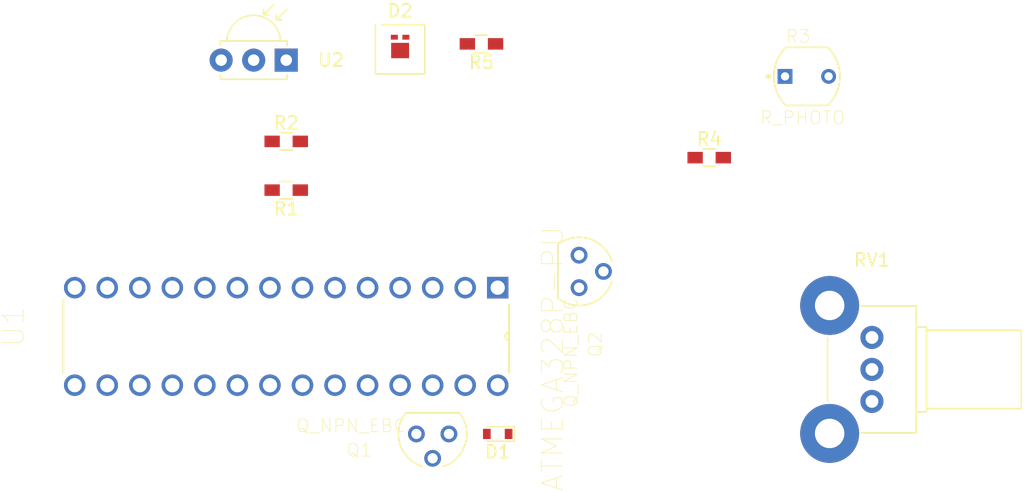
<source format=kicad_pcb>
(kicad_pcb (version 4) (host pcbnew 4.0.7)

  (general
    (links 17)
    (no_connects 17)
    (area 0 0 0 0)
    (thickness 1.6)
    (drawings 0)
    (tracks 0)
    (zones 0)
    (modules 12)
    (nets 38)
  )

  (page A4)
  (layers
    (0 F.Cu signal)
    (31 B.Cu signal)
    (32 B.Adhes user)
    (33 F.Adhes user)
    (34 B.Paste user)
    (35 F.Paste user)
    (36 B.SilkS user)
    (37 F.SilkS user)
    (38 B.Mask user)
    (39 F.Mask user)
    (40 Dwgs.User user)
    (41 Cmts.User user)
    (42 Eco1.User user)
    (43 Eco2.User user)
    (44 Edge.Cuts user)
    (45 Margin user)
    (46 B.CrtYd user)
    (47 F.CrtYd user)
    (48 B.Fab user)
    (49 F.Fab user)
  )

  (setup
    (last_trace_width 0.25)
    (trace_clearance 0.2)
    (zone_clearance 0.508)
    (zone_45_only no)
    (trace_min 0.2)
    (segment_width 0.2)
    (edge_width 0.15)
    (via_size 0.6)
    (via_drill 0.4)
    (via_min_size 0.4)
    (via_min_drill 0.3)
    (uvia_size 0.3)
    (uvia_drill 0.1)
    (uvias_allowed no)
    (uvia_min_size 0.2)
    (uvia_min_drill 0.1)
    (pcb_text_width 0.3)
    (pcb_text_size 1.5 1.5)
    (mod_edge_width 0.15)
    (mod_text_size 1 1)
    (mod_text_width 0.15)
    (pad_size 1.524 1.524)
    (pad_drill 0.762)
    (pad_to_mask_clearance 0.2)
    (aux_axis_origin 0 0)
    (visible_elements FFFFFF7F)
    (pcbplotparams
      (layerselection 0x00030_80000001)
      (usegerberextensions false)
      (excludeedgelayer true)
      (linewidth 0.100000)
      (plotframeref false)
      (viasonmask false)
      (mode 1)
      (useauxorigin false)
      (hpglpennumber 1)
      (hpglpenspeed 20)
      (hpglpendiameter 15)
      (hpglpenoverlay 2)
      (psnegative false)
      (psa4output false)
      (plotreference true)
      (plotvalue true)
      (plotinvisibletext false)
      (padsonsilk false)
      (subtractmaskfromsilk false)
      (outputformat 1)
      (mirror false)
      (drillshape 1)
      (scaleselection 1)
      (outputdirectory ""))
  )

  (net 0 "")
  (net 1 "Net-(D1-Pad1)")
  (net 2 "Net-(D1-Pad2)")
  (net 3 GND)
  (net 4 "Net-(D2-Pad2)")
  (net 5 /5V)
  (net 6 /Q1_SWITCH_BASE)
  (net 7 "Net-(Q2-Pad2)")
  (net 8 "Net-(Q2-Pad1)")
  (net 9 "Net-(R1-Pad2)")
  (net 10 "Net-(R3-Pad1)")
  (net 11 "Net-(R3-Pad2)")
  (net 12 "Net-(RV1-Pad3)")
  (net 13 "Net-(U1-Pad1)")
  (net 14 /IR_RX_OUT_1)
  (net 15 "Net-(U1-Pad4)")
  (net 16 "Net-(U1-Pad5)")
  (net 17 "Net-(U1-Pad6)")
  (net 18 "Net-(U1-Pad9)")
  (net 19 "Net-(U1-Pad10)")
  (net 20 "Net-(U1-Pad11)")
  (net 21 "Net-(U1-Pad12)")
  (net 22 "Net-(U1-Pad13)")
  (net 23 "Net-(U1-Pad14)")
  (net 24 "Net-(U1-Pad15)")
  (net 25 "Net-(U1-Pad16)")
  (net 26 "Net-(U1-Pad17)")
  (net 27 "Net-(U1-Pad18)")
  (net 28 "Net-(U1-Pad19)")
  (net 29 "Net-(U1-Pad20)")
  (net 30 "Net-(U1-Pad21)")
  (net 31 "Net-(U1-Pad22)")
  (net 32 "Net-(U1-Pad23)")
  (net 33 "Net-(U1-Pad24)")
  (net 34 "Net-(U1-Pad25)")
  (net 35 "Net-(U1-Pad26)")
  (net 36 "Net-(U1-Pad27)")
  (net 37 "Net-(U1-Pad28)")

  (net_class Default "This is the default net class."
    (clearance 0.2)
    (trace_width 0.25)
    (via_dia 0.6)
    (via_drill 0.4)
    (uvia_dia 0.3)
    (uvia_drill 0.1)
    (add_net /5V)
    (add_net /IR_RX_OUT_1)
    (add_net /Q1_SWITCH_BASE)
    (add_net GND)
    (add_net "Net-(D1-Pad1)")
    (add_net "Net-(D1-Pad2)")
    (add_net "Net-(D2-Pad2)")
    (add_net "Net-(Q2-Pad1)")
    (add_net "Net-(Q2-Pad2)")
    (add_net "Net-(R1-Pad2)")
    (add_net "Net-(R3-Pad1)")
    (add_net "Net-(R3-Pad2)")
    (add_net "Net-(RV1-Pad3)")
    (add_net "Net-(U1-Pad1)")
    (add_net "Net-(U1-Pad10)")
    (add_net "Net-(U1-Pad11)")
    (add_net "Net-(U1-Pad12)")
    (add_net "Net-(U1-Pad13)")
    (add_net "Net-(U1-Pad14)")
    (add_net "Net-(U1-Pad15)")
    (add_net "Net-(U1-Pad16)")
    (add_net "Net-(U1-Pad17)")
    (add_net "Net-(U1-Pad18)")
    (add_net "Net-(U1-Pad19)")
    (add_net "Net-(U1-Pad20)")
    (add_net "Net-(U1-Pad21)")
    (add_net "Net-(U1-Pad22)")
    (add_net "Net-(U1-Pad23)")
    (add_net "Net-(U1-Pad24)")
    (add_net "Net-(U1-Pad25)")
    (add_net "Net-(U1-Pad26)")
    (add_net "Net-(U1-Pad27)")
    (add_net "Net-(U1-Pad28)")
    (add_net "Net-(U1-Pad4)")
    (add_net "Net-(U1-Pad5)")
    (add_net "Net-(U1-Pad6)")
    (add_net "Net-(U1-Pad9)")
  )

  (module Diodes_SMD:D_0603 (layer F.Cu) (tedit 590CE922) (tstamp 5C00B8F1)
    (at 205.74 81.28 180)
    (descr "Diode SMD in 0603 package http://datasheets.avx.com/schottky.pdf")
    (tags "smd diode")
    (path /5BE8E73B)
    (attr smd)
    (fp_text reference D1 (at 0 -1.4 180) (layer F.SilkS)
      (effects (font (size 1 1) (thickness 0.15)))
    )
    (fp_text value D (at 0 1.4 180) (layer F.Fab)
      (effects (font (size 1 1) (thickness 0.15)))
    )
    (fp_text user %R (at 0 -1.4 180) (layer F.Fab)
      (effects (font (size 1 1) (thickness 0.15)))
    )
    (fp_line (start -1.3 -0.57) (end -1.3 0.57) (layer F.SilkS) (width 0.12))
    (fp_line (start 1.4 0.67) (end 1.4 -0.67) (layer F.CrtYd) (width 0.05))
    (fp_line (start -1.4 0.67) (end 1.4 0.67) (layer F.CrtYd) (width 0.05))
    (fp_line (start -1.4 -0.67) (end -1.4 0.67) (layer F.CrtYd) (width 0.05))
    (fp_line (start 1.4 -0.67) (end -1.4 -0.67) (layer F.CrtYd) (width 0.05))
    (fp_line (start 0.2 0) (end 0.4 0) (layer F.Fab) (width 0.1))
    (fp_line (start -0.1 0) (end -0.3 0) (layer F.Fab) (width 0.1))
    (fp_line (start -0.1 -0.2) (end -0.1 0.2) (layer F.Fab) (width 0.1))
    (fp_line (start 0.2 0.2) (end 0.2 -0.2) (layer F.Fab) (width 0.1))
    (fp_line (start -0.1 0) (end 0.2 0.2) (layer F.Fab) (width 0.1))
    (fp_line (start 0.2 -0.2) (end -0.1 0) (layer F.Fab) (width 0.1))
    (fp_line (start -0.8 0.45) (end -0.8 -0.45) (layer F.Fab) (width 0.1))
    (fp_line (start 0.8 0.45) (end -0.8 0.45) (layer F.Fab) (width 0.1))
    (fp_line (start 0.8 -0.45) (end 0.8 0.45) (layer F.Fab) (width 0.1))
    (fp_line (start -0.8 -0.45) (end 0.8 -0.45) (layer F.Fab) (width 0.1))
    (fp_line (start -1.3 0.57) (end 0.8 0.57) (layer F.SilkS) (width 0.12))
    (fp_line (start -1.3 -0.57) (end 0.8 -0.57) (layer F.SilkS) (width 0.12))
    (pad 1 smd rect (at -0.85 0 180) (size 0.6 0.8) (layers F.Cu F.Paste F.Mask)
      (net 1 "Net-(D1-Pad1)"))
    (pad 2 smd rect (at 0.85 0 180) (size 0.6 0.8) (layers F.Cu F.Paste F.Mask)
      (net 2 "Net-(D1-Pad2)"))
    (model ${KISYS3DMOD}/Diodes_SMD.3dshapes/D_0603.wrl
      (at (xyz 0 0 0))
      (scale (xyz 1 1 1))
      (rotate (xyz 0 0 0))
    )
  )

  (module LEDs:LED-L1T2_LUMILEDS (layer F.Cu) (tedit 587A6FAC) (tstamp 5C00B905)
    (at 198.12 50.8 180)
    (descr http://www.lumileds.com/uploads/438/DS133-pdf)
    (tags "LUMILEDS LUXEON TX L1T2 LED")
    (path /5BE8EB6D)
    (attr smd)
    (fp_text reference D2 (at 0 2.58 180) (layer F.SilkS)
      (effects (font (size 1 1) (thickness 0.15)))
    )
    (fp_text value LED (at 0 -3.42 180) (layer F.Fab)
      (effects (font (size 1 1) (thickness 0.15)))
    )
    (fp_line (start -1.8 -2.2) (end 1.8 -2.2) (layer F.Fab) (width 0.1))
    (fp_line (start -1.8 -2.2) (end -1.8 1.4) (layer F.Fab) (width 0.1))
    (fp_line (start -1.8 1.4) (end 1.8 1.4) (layer F.Fab) (width 0.1))
    (fp_line (start 1.8 1.4) (end 1.8 -2.2) (layer F.Fab) (width 0.1))
    (fp_line (start -2.25 1.83) (end -2.25 -2.67) (layer F.CrtYd) (width 0.05))
    (fp_line (start -2.25 -2.67) (end 2.25 -2.67) (layer F.CrtYd) (width 0.05))
    (fp_line (start 2.25 -2.67) (end 2.25 1.83) (layer F.CrtYd) (width 0.05))
    (fp_line (start 2.25 1.83) (end -2.25 1.83) (layer F.CrtYd) (width 0.05))
    (fp_line (start -1.93 1.5) (end -1.93 -2.35) (layer F.SilkS) (width 0.12))
    (fp_line (start -1.93 -2.35) (end 1.93 -2.35) (layer F.SilkS) (width 0.12))
    (fp_line (start 1.93 -2.35) (end 1.93 1.5) (layer F.SilkS) (width 0.12))
    (fp_line (start 1.4 1.5) (end -1.93 1.5) (layer F.SilkS) (width 0.12))
    (fp_circle (center 0 -0.42) (end 0 -2.07) (layer F.Fab) (width 0.1))
    (pad 1 smd rect (at 0.45 0.52 180) (size 0.55 0.38) (layers F.Cu F.Paste F.Mask)
      (net 3 GND))
    (pad 2 smd rect (at -0.45 0.52 180) (size 0.55 0.38) (layers F.Cu F.Paste F.Mask)
      (net 4 "Net-(D2-Pad2)"))
    (pad 3 smd rect (at 0 -0.52 180) (size 1.4 1.2) (layers F.Cu F.Paste F.Mask))
    (model ${KISYS3DMOD}/LEDs.3dshapes/LED-L1T2_LUMILEDS.wrl
      (at (xyz 0 0 0))
      (scale (xyz 1 1 1))
      (rotate (xyz 0 0 0))
    )
  )

  (module PN2222:TO92 (layer F.Cu) (tedit 0) (tstamp 5C00B913)
    (at 200.66 81.28 180)
    (descr "<b>TO 92</b> 0.8mm holes")
    (path /5BE8E792)
    (fp_text reference Q1 (at 5.71616 -1.27026 180) (layer F.SilkS)
      (effects (font (size 1.0002 1.0002) (thickness 0.05)))
    )
    (fp_text value Q_NPN_EBC (at 6.36001 0.636 180) (layer F.SilkS)
      (effects (font (size 1.00157 1.00157) (thickness 0.05)))
    )
    (fp_arc (start 0.000003 0.000049) (end -2.6549 0.254) (angle -32.7) (layer F.SilkS) (width 0.127))
    (fp_arc (start -0.000001 -0.00002) (end -0.7863 -2.5485) (angle -78.3) (layer F.SilkS) (width 0.127))
    (fp_arc (start 0.000012 0.000011) (end 2.0945 1.651) (angle -111.1) (layer F.SilkS) (width 0.127))
    (fp_line (start -2.0945 1.651) (end 2.0945 1.651) (layer F.SilkS) (width 0.127))
    (fp_line (start -2.2537 0.254) (end -0.2863 0.254) (layer Dwgs.User) (width 0.127))
    (fp_line (start 0.2863 0.254) (end 2.2537 0.254) (layer Dwgs.User) (width 0.127))
    (fp_arc (start 0 -0.000001) (end 0.7863 -2.5485) (angle -34.2) (layer Dwgs.User) (width 0.127))
    (pad 3 thru_hole circle (at 1.27 0 180) (size 1.308 1.308) (drill 0.8) (layers *.Cu *.Mask)
      (net 5 /5V))
    (pad 2 thru_hole circle (at 0 -1.905 180) (size 1.308 1.308) (drill 0.8) (layers *.Cu *.Mask)
      (net 6 /Q1_SWITCH_BASE))
    (pad 1 thru_hole circle (at -1.27 0 180) (size 1.308 1.308) (drill 0.8) (layers *.Cu *.Mask)
      (net 2 "Net-(D1-Pad2)"))
  )

  (module PN2222:TO92 (layer F.Cu) (tedit 0) (tstamp 5C00B921)
    (at 212.09 68.58 270)
    (descr "<b>TO 92</b> 0.8mm holes")
    (path /5BE8E8A3)
    (fp_text reference Q2 (at 5.71616 -1.27026 270) (layer F.SilkS)
      (effects (font (size 1.0002 1.0002) (thickness 0.05)))
    )
    (fp_text value Q_NPN_EBC (at 6.36001 0.636 270) (layer F.SilkS)
      (effects (font (size 1.00157 1.00157) (thickness 0.05)))
    )
    (fp_arc (start 0.000003 0.000049) (end -2.6549 0.254) (angle -32.7) (layer F.SilkS) (width 0.127))
    (fp_arc (start -0.000001 -0.00002) (end -0.7863 -2.5485) (angle -78.3) (layer F.SilkS) (width 0.127))
    (fp_arc (start 0.000012 0.000011) (end 2.0945 1.651) (angle -111.1) (layer F.SilkS) (width 0.127))
    (fp_line (start -2.0945 1.651) (end 2.0945 1.651) (layer F.SilkS) (width 0.127))
    (fp_line (start -2.2537 0.254) (end -0.2863 0.254) (layer Dwgs.User) (width 0.127))
    (fp_line (start 0.2863 0.254) (end 2.2537 0.254) (layer Dwgs.User) (width 0.127))
    (fp_arc (start 0 -0.000001) (end 0.7863 -2.5485) (angle -34.2) (layer Dwgs.User) (width 0.127))
    (pad 3 thru_hole circle (at 1.27 0 270) (size 1.308 1.308) (drill 0.8) (layers *.Cu *.Mask)
      (net 1 "Net-(D1-Pad1)"))
    (pad 2 thru_hole circle (at 0 -1.905 270) (size 1.308 1.308) (drill 0.8) (layers *.Cu *.Mask)
      (net 7 "Net-(Q2-Pad2)"))
    (pad 1 thru_hole circle (at -1.27 0 270) (size 1.308 1.308) (drill 0.8) (layers *.Cu *.Mask)
      (net 8 "Net-(Q2-Pad1)"))
  )

  (module Resistors_SMD:R_0603_HandSoldering (layer F.Cu) (tedit 58E0A804) (tstamp 5C00B932)
    (at 189.23 62.23 180)
    (descr "Resistor SMD 0603, hand soldering")
    (tags "resistor 0603")
    (path /5BF227B9)
    (attr smd)
    (fp_text reference R1 (at 0 -1.45 180) (layer F.SilkS)
      (effects (font (size 1 1) (thickness 0.15)))
    )
    (fp_text value 0K1 (at 0 1.55 180) (layer F.Fab)
      (effects (font (size 1 1) (thickness 0.15)))
    )
    (fp_text user %R (at 0 0 180) (layer F.Fab)
      (effects (font (size 0.4 0.4) (thickness 0.075)))
    )
    (fp_line (start -0.8 0.4) (end -0.8 -0.4) (layer F.Fab) (width 0.1))
    (fp_line (start 0.8 0.4) (end -0.8 0.4) (layer F.Fab) (width 0.1))
    (fp_line (start 0.8 -0.4) (end 0.8 0.4) (layer F.Fab) (width 0.1))
    (fp_line (start -0.8 -0.4) (end 0.8 -0.4) (layer F.Fab) (width 0.1))
    (fp_line (start 0.5 0.68) (end -0.5 0.68) (layer F.SilkS) (width 0.12))
    (fp_line (start -0.5 -0.68) (end 0.5 -0.68) (layer F.SilkS) (width 0.12))
    (fp_line (start -1.96 -0.7) (end 1.95 -0.7) (layer F.CrtYd) (width 0.05))
    (fp_line (start -1.96 -0.7) (end -1.96 0.7) (layer F.CrtYd) (width 0.05))
    (fp_line (start 1.95 0.7) (end 1.95 -0.7) (layer F.CrtYd) (width 0.05))
    (fp_line (start 1.95 0.7) (end -1.96 0.7) (layer F.CrtYd) (width 0.05))
    (pad 1 smd rect (at -1.1 0 180) (size 1.2 0.9) (layers F.Cu F.Paste F.Mask)
      (net 5 /5V))
    (pad 2 smd rect (at 1.1 0 180) (size 1.2 0.9) (layers F.Cu F.Paste F.Mask)
      (net 9 "Net-(R1-Pad2)"))
    (model ${KISYS3DMOD}/Resistors_SMD.3dshapes/R_0603.wrl
      (at (xyz 0 0 0))
      (scale (xyz 1 1 1))
      (rotate (xyz 0 0 0))
    )
  )

  (module Resistors_SMD:R_0603_HandSoldering (layer F.Cu) (tedit 58E0A804) (tstamp 5C00B943)
    (at 189.23 58.42)
    (descr "Resistor SMD 0603, hand soldering")
    (tags "resistor 0603")
    (path /5BF22754)
    (attr smd)
    (fp_text reference R2 (at 0 -1.45) (layer F.SilkS)
      (effects (font (size 1 1) (thickness 0.15)))
    )
    (fp_text value 0K2 (at 0 1.55) (layer F.Fab)
      (effects (font (size 1 1) (thickness 0.15)))
    )
    (fp_text user %R (at 0 0) (layer F.Fab)
      (effects (font (size 0.4 0.4) (thickness 0.075)))
    )
    (fp_line (start -0.8 0.4) (end -0.8 -0.4) (layer F.Fab) (width 0.1))
    (fp_line (start 0.8 0.4) (end -0.8 0.4) (layer F.Fab) (width 0.1))
    (fp_line (start 0.8 -0.4) (end 0.8 0.4) (layer F.Fab) (width 0.1))
    (fp_line (start -0.8 -0.4) (end 0.8 -0.4) (layer F.Fab) (width 0.1))
    (fp_line (start 0.5 0.68) (end -0.5 0.68) (layer F.SilkS) (width 0.12))
    (fp_line (start -0.5 -0.68) (end 0.5 -0.68) (layer F.SilkS) (width 0.12))
    (fp_line (start -1.96 -0.7) (end 1.95 -0.7) (layer F.CrtYd) (width 0.05))
    (fp_line (start -1.96 -0.7) (end -1.96 0.7) (layer F.CrtYd) (width 0.05))
    (fp_line (start 1.95 0.7) (end 1.95 -0.7) (layer F.CrtYd) (width 0.05))
    (fp_line (start 1.95 0.7) (end -1.96 0.7) (layer F.CrtYd) (width 0.05))
    (pad 1 smd rect (at -1.1 0) (size 1.2 0.9) (layers F.Cu F.Paste F.Mask)
      (net 9 "Net-(R1-Pad2)"))
    (pad 2 smd rect (at 1.1 0) (size 1.2 0.9) (layers F.Cu F.Paste F.Mask)
      (net 3 GND))
    (model ${KISYS3DMOD}/Resistors_SMD.3dshapes/R_0603.wrl
      (at (xyz 0 0 0))
      (scale (xyz 1 1 1))
      (rotate (xyz 0 0 0))
    )
  )

  (module PDV-P8103:PHODET_PDV-P8103 (layer F.Cu) (tedit 0) (tstamp 5C00B957)
    (at 229.87 53.34)
    (path /5BE8EE4E)
    (fp_text reference R3 (at -0.67052 -3.12761) (layer F.SilkS)
      (effects (font (size 1.00082 1.00082) (thickness 0.05)))
    )
    (fp_text value R_PHOTO (at -0.334115 3.23279) (layer F.SilkS)
      (effects (font (size 1.00212 1.00212) (thickness 0.05)))
    )
    (fp_line (start -1.64 -2.27) (end 1.64 -2.27) (layer Dwgs.User) (width 0.127))
    (fp_line (start 1.64 2.27) (end -1.64 2.27) (layer Dwgs.User) (width 0.127))
    (fp_arc (start 0.63 0) (end -1.64 2.27) (angle 90) (layer F.SilkS) (width 0.127))
    (fp_arc (start -0.63 0) (end 1.64 2.27) (angle -90) (layer F.SilkS) (width 0.127))
    (fp_arc (start 0.63 0) (end -1.64 2.27) (angle 90) (layer Dwgs.User) (width 0.127))
    (fp_arc (start -0.63 0) (end 1.64 2.27) (angle -90) (layer Dwgs.User) (width 0.127))
    (fp_line (start 1.64 2.27) (end -1.64 2.27) (layer F.SilkS) (width 0.127))
    (fp_line (start -1.64 -2.27) (end 1.64 -2.27) (layer F.SilkS) (width 0.127))
    (fp_line (start -1.79 -2.52) (end 1.79 -2.52) (layer Eco1.User) (width 0.05))
    (fp_arc (start -0.73 0) (end 1.79 2.52) (angle -90) (layer Eco1.User) (width 0.05))
    (fp_line (start 1.79 2.52) (end -1.79 2.52) (layer Eco1.User) (width 0.05))
    (fp_arc (start 0.73 0) (end -1.79 -2.52) (angle -90) (layer Eco1.User) (width 0.05))
    (fp_circle (center -3 0) (end -2.9 0) (layer F.SilkS) (width 0.2))
    (fp_circle (center -1.7 0) (end -1.6 0) (layer Dwgs.User) (width 0.2))
    (pad 1 thru_hole rect (at -1.7 0) (size 1.158 1.158) (drill 0.65) (layers *.Cu *.Mask)
      (net 10 "Net-(R3-Pad1)"))
    (pad 2 thru_hole circle (at 1.7 0) (size 1.158 1.158) (drill 0.65) (layers *.Cu *.Mask)
      (net 11 "Net-(R3-Pad2)"))
  )

  (module Resistors_SMD:R_0603_HandSoldering (layer F.Cu) (tedit 58E0A804) (tstamp 5C00B968)
    (at 222.25 59.69)
    (descr "Resistor SMD 0603, hand soldering")
    (tags "resistor 0603")
    (path /5BE8EA00)
    (attr smd)
    (fp_text reference R4 (at 0 -1.45) (layer F.SilkS)
      (effects (font (size 1 1) (thickness 0.15)))
    )
    (fp_text value 20K (at 0 1.55) (layer F.Fab)
      (effects (font (size 1 1) (thickness 0.15)))
    )
    (fp_text user %R (at 0 0) (layer F.Fab)
      (effects (font (size 0.4 0.4) (thickness 0.075)))
    )
    (fp_line (start -0.8 0.4) (end -0.8 -0.4) (layer F.Fab) (width 0.1))
    (fp_line (start 0.8 0.4) (end -0.8 0.4) (layer F.Fab) (width 0.1))
    (fp_line (start 0.8 -0.4) (end 0.8 0.4) (layer F.Fab) (width 0.1))
    (fp_line (start -0.8 -0.4) (end 0.8 -0.4) (layer F.Fab) (width 0.1))
    (fp_line (start 0.5 0.68) (end -0.5 0.68) (layer F.SilkS) (width 0.12))
    (fp_line (start -0.5 -0.68) (end 0.5 -0.68) (layer F.SilkS) (width 0.12))
    (fp_line (start -1.96 -0.7) (end 1.95 -0.7) (layer F.CrtYd) (width 0.05))
    (fp_line (start -1.96 -0.7) (end -1.96 0.7) (layer F.CrtYd) (width 0.05))
    (fp_line (start 1.95 0.7) (end 1.95 -0.7) (layer F.CrtYd) (width 0.05))
    (fp_line (start 1.95 0.7) (end -1.96 0.7) (layer F.CrtYd) (width 0.05))
    (pad 1 smd rect (at -1.1 0) (size 1.2 0.9) (layers F.Cu F.Paste F.Mask)
      (net 7 "Net-(Q2-Pad2)"))
    (pad 2 smd rect (at 1.1 0) (size 1.2 0.9) (layers F.Cu F.Paste F.Mask)
      (net 10 "Net-(R3-Pad1)"))
    (model ${KISYS3DMOD}/Resistors_SMD.3dshapes/R_0603.wrl
      (at (xyz 0 0 0))
      (scale (xyz 1 1 1))
      (rotate (xyz 0 0 0))
    )
  )

  (module Resistors_SMD:R_0603_HandSoldering (layer F.Cu) (tedit 58E0A804) (tstamp 5C00B979)
    (at 204.47 50.8 180)
    (descr "Resistor SMD 0603, hand soldering")
    (tags "resistor 0603")
    (path /5BE8EB2A)
    (attr smd)
    (fp_text reference R5 (at 0 -1.45 180) (layer F.SilkS)
      (effects (font (size 1 1) (thickness 0.15)))
    )
    (fp_text value 0K5 (at 0 1.55 180) (layer F.Fab)
      (effects (font (size 1 1) (thickness 0.15)))
    )
    (fp_text user %R (at 0 0 180) (layer F.Fab)
      (effects (font (size 0.4 0.4) (thickness 0.075)))
    )
    (fp_line (start -0.8 0.4) (end -0.8 -0.4) (layer F.Fab) (width 0.1))
    (fp_line (start 0.8 0.4) (end -0.8 0.4) (layer F.Fab) (width 0.1))
    (fp_line (start 0.8 -0.4) (end 0.8 0.4) (layer F.Fab) (width 0.1))
    (fp_line (start -0.8 -0.4) (end 0.8 -0.4) (layer F.Fab) (width 0.1))
    (fp_line (start 0.5 0.68) (end -0.5 0.68) (layer F.SilkS) (width 0.12))
    (fp_line (start -0.5 -0.68) (end 0.5 -0.68) (layer F.SilkS) (width 0.12))
    (fp_line (start -1.96 -0.7) (end 1.95 -0.7) (layer F.CrtYd) (width 0.05))
    (fp_line (start -1.96 -0.7) (end -1.96 0.7) (layer F.CrtYd) (width 0.05))
    (fp_line (start 1.95 0.7) (end 1.95 -0.7) (layer F.CrtYd) (width 0.05))
    (fp_line (start 1.95 0.7) (end -1.96 0.7) (layer F.CrtYd) (width 0.05))
    (pad 1 smd rect (at -1.1 0 180) (size 1.2 0.9) (layers F.Cu F.Paste F.Mask)
      (net 8 "Net-(Q2-Pad1)"))
    (pad 2 smd rect (at 1.1 0 180) (size 1.2 0.9) (layers F.Cu F.Paste F.Mask)
      (net 4 "Net-(D2-Pad2)"))
    (model ${KISYS3DMOD}/Resistors_SMD.3dshapes/R_0603.wrl
      (at (xyz 0 0 0))
      (scale (xyz 1 1 1))
      (rotate (xyz 0 0 0))
    )
  )

  (module Potentiometers:Potentiometer_Alps_RK09K_Vertical (layer F.Cu) (tedit 58826B08) (tstamp 5C00B99E)
    (at 234.95 78.74)
    (descr "Potentiometer, vertically mounted, Omeg PC16PU, Omeg PC16PU, Omeg PC16PU, Vishay/Spectrol 248GJ/249GJ Single, Vishay/Spectrol 248GJ/249GJ Single, Vishay/Spectrol 248GJ/249GJ Single, Vishay/Spectrol 248GH/249GH Single, Vishay/Spectrol 148/149 Single, Vishay/Spectrol 148/149 Single, Vishay/Spectrol 148/149 Single, Vishay/Spectrol 148A/149A Single with mounting plates, Vishay/Spectrol 148/149 Double, Vishay/Spectrol 148A/149A Double with mounting plates, Piher PC-16 Single, Piher PC-16 Single, Piher PC-16 Single, Piher PC-16SV Single, Piher PC-16 Double, Piher PC-16 Triple, Piher T16H Single, Piher T16L Single, Piher T16H Double, Alps RK163 Single, Alps RK163 Double, Alps RK097 Single, Alps RK097 Double, Bourns PTV09A-2 Single with mounting sleve Single, Bourns PTV09A-1 with mounting sleve Single, Bourns PRS11S Single, Alps RK09K Single with mounting sleve Single, http://www.alps.com/prod/info/E/HTML/Potentiometer/RotaryPotentiometers/RK09K/RK09K1110A2S.html")
    (tags "Potentiometer vertical  Omeg PC16PU  Omeg PC16PU  Omeg PC16PU  Vishay/Spectrol 248GJ/249GJ Single  Vishay/Spectrol 248GJ/249GJ Single  Vishay/Spectrol 248GJ/249GJ Single  Vishay/Spectrol 248GH/249GH Single  Vishay/Spectrol 148/149 Single  Vishay/Spectrol 148/149 Single  Vishay/Spectrol 148/149 Single  Vishay/Spectrol 148A/149A Single with mounting plates  Vishay/Spectrol 148/149 Double  Vishay/Spectrol 148A/149A Double with mounting plates  Piher PC-16 Single  Piher PC-16 Single  Piher PC-16 Single  Piher PC-16SV Single  Piher PC-16 Double  Piher PC-16 Triple  Piher T16H Single  Piher T16L Single  Piher T16H Double  Alps RK163 Single  Alps RK163 Double  Alps RK097 Single  Alps RK097 Double  Bourns PTV09A-2 Single with mounting sleve Single  Bourns PTV09A-1 with mounting sleve Single  Bourns PRS11S Single  Alps RK09K Single with mounting sleve Single")
    (path /5BE8E67D)
    (fp_text reference RV1 (at 0 -11.05) (layer F.SilkS)
      (effects (font (size 1 1) (thickness 0.15)))
    )
    (fp_text value POT (at 0 6.05) (layer F.Fab)
      (effects (font (size 1 1) (thickness 0.15)))
    )
    (fp_line (start -3.4 -7.4) (end -3.4 2.4) (layer F.Fab) (width 0.1))
    (fp_line (start -3.4 2.4) (end 3.4 2.4) (layer F.Fab) (width 0.1))
    (fp_line (start 3.4 2.4) (end 3.4 -7.4) (layer F.Fab) (width 0.1))
    (fp_line (start 3.4 -7.4) (end -3.4 -7.4) (layer F.Fab) (width 0.1))
    (fp_line (start 3.4 -5.75) (end 3.4 0.75) (layer F.Fab) (width 0.1))
    (fp_line (start 3.4 0.75) (end 4.2 0.75) (layer F.Fab) (width 0.1))
    (fp_line (start 4.2 0.75) (end 4.2 -5.75) (layer F.Fab) (width 0.1))
    (fp_line (start 4.2 -5.75) (end 3.4 -5.75) (layer F.Fab) (width 0.1))
    (fp_line (start 4.2 -5.5) (end 4.2 0.5) (layer F.Fab) (width 0.1))
    (fp_line (start 4.2 0.5) (end 11.6 0.5) (layer F.Fab) (width 0.1))
    (fp_line (start 11.6 0.5) (end 11.6 -5.5) (layer F.Fab) (width 0.1))
    (fp_line (start 11.6 -5.5) (end 4.2 -5.5) (layer F.Fab) (width 0.1))
    (fp_line (start -0.805 -7.461) (end 3.46 -7.461) (layer F.SilkS) (width 0.12))
    (fp_line (start -0.805 2.46) (end 3.46 2.46) (layer F.SilkS) (width 0.12))
    (fp_line (start -3.46 -5.005) (end -3.46 0.005) (layer F.SilkS) (width 0.12))
    (fp_line (start 3.46 -7.461) (end 3.46 2.46) (layer F.SilkS) (width 0.12))
    (fp_line (start 3.46 -5.81) (end 4.26 -5.81) (layer F.SilkS) (width 0.12))
    (fp_line (start 3.46 0.81) (end 4.26 0.81) (layer F.SilkS) (width 0.12))
    (fp_line (start 3.46 -5.81) (end 3.46 0.81) (layer F.SilkS) (width 0.12))
    (fp_line (start 4.26 -5.81) (end 4.26 0.81) (layer F.SilkS) (width 0.12))
    (fp_line (start 4.26 -5.56) (end 11.66 -5.56) (layer F.SilkS) (width 0.12))
    (fp_line (start 4.26 0.56) (end 11.66 0.56) (layer F.SilkS) (width 0.12))
    (fp_line (start 4.26 -5.56) (end 4.26 0.56) (layer F.SilkS) (width 0.12))
    (fp_line (start 11.66 -5.56) (end 11.66 0.56) (layer F.SilkS) (width 0.12))
    (fp_line (start -5.85 -10.05) (end -5.85 5.1) (layer F.CrtYd) (width 0.05))
    (fp_line (start -5.85 5.1) (end 11.85 5.1) (layer F.CrtYd) (width 0.05))
    (fp_line (start 11.85 5.1) (end 11.85 -10.05) (layer F.CrtYd) (width 0.05))
    (fp_line (start 11.85 -10.05) (end -5.85 -10.05) (layer F.CrtYd) (width 0.05))
    (pad 3 thru_hole circle (at 0 -5) (size 1.8 1.8) (drill 1) (layers *.Cu *.Mask)
      (net 12 "Net-(RV1-Pad3)"))
    (pad 2 thru_hole circle (at 0 -2.5) (size 1.8 1.8) (drill 1) (layers *.Cu *.Mask)
      (net 10 "Net-(R3-Pad1)"))
    (pad 1 thru_hole circle (at 0 0) (size 1.8 1.8) (drill 1) (layers *.Cu *.Mask)
      (net 1 "Net-(D1-Pad1)"))
    (pad 0 thru_hole circle (at -3.3 -7.5) (size 4.6 4.6) (drill 2.3) (layers *.Cu *.Mask))
    (pad 0 thru_hole circle (at -3.3 2.5) (size 4.6 4.6) (drill 2.3) (layers *.Cu *.Mask))
    (model Potentiometers.3dshapes/Potentiometer_Alps_RK09K_Vertical.wrl
      (at (xyz 0 0 0))
      (scale (xyz 0.393701 0.393701 0.393701))
      (rotate (xyz 0 0 0))
    )
  )

  (module ATMEGA328P-PU:DIP254P762X457-28 (layer F.Cu) (tedit 0) (tstamp 5C00BA3A)
    (at 172.72 77.47 270)
    (path /5BE8F131)
    (fp_text reference U1 (at -4.58017 4.78373 270) (layer F.SilkS)
      (effects (font (size 1.64293 1.64293) (thickness 0.05)))
    )
    (fp_text value ATMEGA328P-PU (at -2.06137 -37.3083 270) (layer F.SilkS)
      (effects (font (size 1.64317 1.64317) (thickness 0.05)))
    )
    (fp_line (start -6.6548 0.889) (end -0.9652 0.889) (layer F.SilkS) (width 0.1524))
    (fp_line (start -0.9652 -33.909) (end -3.5052 -33.909) (layer F.SilkS) (width 0.1524))
    (fp_line (start -3.5052 -33.909) (end -4.1148 -33.909) (layer F.SilkS) (width 0.1524))
    (fp_line (start -4.1148 -33.909) (end -6.2992 -33.909) (layer F.SilkS) (width 0.1524))
    (fp_arc (start -3.81 -33.909) (end -4.1148 -33.909) (angle -180) (layer F.SilkS) (width 0.1524))
    (fp_line (start -7.5692 -32.4612) (end -7.5692 -33.5788) (layer Dwgs.User) (width 0))
    (fp_line (start -7.5692 -33.5788) (end -8.1788 -33.5788) (layer Dwgs.User) (width 0))
    (fp_line (start -8.1788 -33.5788) (end -8.1788 -32.4612) (layer Dwgs.User) (width 0))
    (fp_line (start -8.1788 -32.4612) (end -7.5692 -32.4612) (layer Dwgs.User) (width 0))
    (fp_line (start -7.5692 -29.9212) (end -7.5692 -31.0388) (layer Dwgs.User) (width 0))
    (fp_line (start -7.5692 -31.0388) (end -8.1788 -31.0388) (layer Dwgs.User) (width 0))
    (fp_line (start -8.1788 -31.0388) (end -8.1788 -29.9212) (layer Dwgs.User) (width 0))
    (fp_line (start -8.1788 -29.9212) (end -7.5692 -29.9212) (layer Dwgs.User) (width 0))
    (fp_line (start -7.5692 -27.3812) (end -7.5692 -28.4988) (layer Dwgs.User) (width 0))
    (fp_line (start -7.5692 -28.4988) (end -8.1788 -28.4988) (layer Dwgs.User) (width 0))
    (fp_line (start -8.1788 -28.4988) (end -8.1788 -27.3812) (layer Dwgs.User) (width 0))
    (fp_line (start -8.1788 -27.3812) (end -7.5692 -27.3812) (layer Dwgs.User) (width 0))
    (fp_line (start -7.5692 -24.8412) (end -7.5692 -25.9588) (layer Dwgs.User) (width 0))
    (fp_line (start -7.5692 -25.9588) (end -8.1788 -25.9588) (layer Dwgs.User) (width 0))
    (fp_line (start -8.1788 -25.9588) (end -8.1788 -24.8412) (layer Dwgs.User) (width 0))
    (fp_line (start -8.1788 -24.8412) (end -7.5692 -24.8412) (layer Dwgs.User) (width 0))
    (fp_line (start -7.5692 -22.3012) (end -7.5692 -23.4188) (layer Dwgs.User) (width 0))
    (fp_line (start -7.5692 -23.4188) (end -8.1788 -23.4188) (layer Dwgs.User) (width 0))
    (fp_line (start -8.1788 -23.4188) (end -8.1788 -22.3012) (layer Dwgs.User) (width 0))
    (fp_line (start -8.1788 -22.3012) (end -7.5692 -22.3012) (layer Dwgs.User) (width 0))
    (fp_line (start -7.5692 -19.7612) (end -7.5692 -20.8788) (layer Dwgs.User) (width 0))
    (fp_line (start -7.5692 -20.8788) (end -8.1788 -20.8788) (layer Dwgs.User) (width 0))
    (fp_line (start -8.1788 -20.8788) (end -8.1788 -19.7612) (layer Dwgs.User) (width 0))
    (fp_line (start -8.1788 -19.7612) (end -7.5692 -19.7612) (layer Dwgs.User) (width 0))
    (fp_line (start -7.5692 -17.2212) (end -7.5692 -18.3388) (layer Dwgs.User) (width 0))
    (fp_line (start -7.5692 -18.3388) (end -8.1788 -18.3388) (layer Dwgs.User) (width 0))
    (fp_line (start -8.1788 -18.3388) (end -8.1788 -17.2212) (layer Dwgs.User) (width 0))
    (fp_line (start -8.1788 -17.2212) (end -7.5692 -17.2212) (layer Dwgs.User) (width 0))
    (fp_line (start -7.5692 -14.6812) (end -7.5692 -15.7988) (layer Dwgs.User) (width 0))
    (fp_line (start -7.5692 -15.7988) (end -8.1788 -15.7988) (layer Dwgs.User) (width 0))
    (fp_line (start -8.1788 -15.7988) (end -8.1788 -14.6812) (layer Dwgs.User) (width 0))
    (fp_line (start -8.1788 -14.6812) (end -7.5692 -14.6812) (layer Dwgs.User) (width 0))
    (fp_line (start -7.5438 -12.1412) (end -7.5692 -13.2588) (layer Dwgs.User) (width 0))
    (fp_line (start -7.5692 -13.2588) (end -8.1788 -13.2588) (layer Dwgs.User) (width 0))
    (fp_line (start -8.1788 -13.2588) (end -8.1788 -12.1412) (layer Dwgs.User) (width 0))
    (fp_line (start -8.1788 -12.1412) (end -7.5438 -12.1412) (layer Dwgs.User) (width 0))
    (fp_line (start -7.5438 -9.6012) (end -7.5438 -10.7188) (layer Dwgs.User) (width 0))
    (fp_line (start -7.5438 -10.7188) (end -8.1788 -10.7188) (layer Dwgs.User) (width 0))
    (fp_line (start -8.1788 -10.7188) (end -8.1788 -9.6012) (layer Dwgs.User) (width 0))
    (fp_line (start -8.1788 -9.6012) (end -7.5438 -9.6012) (layer Dwgs.User) (width 0))
    (fp_line (start -7.5438 -7.0612) (end -7.5438 -8.1788) (layer Dwgs.User) (width 0))
    (fp_line (start -7.5438 -8.1788) (end -8.1788 -8.1788) (layer Dwgs.User) (width 0))
    (fp_line (start -8.1788 -8.1788) (end -8.1788 -7.0612) (layer Dwgs.User) (width 0))
    (fp_line (start -8.1788 -7.0612) (end -7.5438 -7.0612) (layer Dwgs.User) (width 0))
    (fp_line (start -7.5438 -4.5212) (end -7.5438 -5.6388) (layer Dwgs.User) (width 0))
    (fp_line (start -7.5438 -5.6388) (end -8.1788 -5.6388) (layer Dwgs.User) (width 0))
    (fp_line (start -8.1788 -5.6388) (end -8.1788 -4.5212) (layer Dwgs.User) (width 0))
    (fp_line (start -8.1788 -4.5212) (end -7.5438 -4.5212) (layer Dwgs.User) (width 0))
    (fp_line (start -7.5438 -1.9812) (end -7.5438 -3.0988) (layer Dwgs.User) (width 0))
    (fp_line (start -7.5438 -3.0988) (end -8.1788 -3.0988) (layer Dwgs.User) (width 0))
    (fp_line (start -8.1788 -3.0988) (end -8.1788 -1.9812) (layer Dwgs.User) (width 0))
    (fp_line (start -8.1788 -1.9812) (end -7.5438 -1.9812) (layer Dwgs.User) (width 0))
    (fp_line (start -7.5438 0.5588) (end -7.5438 -0.5588) (layer Dwgs.User) (width 0))
    (fp_line (start -7.5438 -0.5588) (end -8.1788 -0.5588) (layer Dwgs.User) (width 0))
    (fp_line (start -8.1788 -0.5588) (end -8.1788 0.5588) (layer Dwgs.User) (width 0))
    (fp_line (start -8.1788 0.5588) (end -7.5438 0.5588) (layer Dwgs.User) (width 0))
    (fp_line (start -0.0762 -0.5588) (end -0.0508 0.5588) (layer Dwgs.User) (width 0))
    (fp_line (start -0.0508 0.5588) (end 0.5588 0.5588) (layer Dwgs.User) (width 0))
    (fp_line (start 0.5588 0.5588) (end 0.5588 -0.5588) (layer Dwgs.User) (width 0))
    (fp_line (start 0.5588 -0.5588) (end -0.0762 -0.5588) (layer Dwgs.User) (width 0))
    (fp_line (start -0.0762 -3.0988) (end -0.0508 -1.9812) (layer Dwgs.User) (width 0))
    (fp_line (start -0.0508 -1.9812) (end 0.5588 -1.9812) (layer Dwgs.User) (width 0))
    (fp_line (start 0.5588 -1.9812) (end 0.5588 -3.0988) (layer Dwgs.User) (width 0))
    (fp_line (start 0.5588 -3.0988) (end -0.0762 -3.0988) (layer Dwgs.User) (width 0))
    (fp_line (start -0.0762 -5.6388) (end -0.0762 -4.5212) (layer Dwgs.User) (width 0))
    (fp_line (start -0.0762 -4.5212) (end 0.5588 -4.5212) (layer Dwgs.User) (width 0))
    (fp_line (start 0.5588 -4.5212) (end 0.5588 -5.6388) (layer Dwgs.User) (width 0))
    (fp_line (start 0.5588 -5.6388) (end -0.0762 -5.6388) (layer Dwgs.User) (width 0))
    (fp_line (start -0.0762 -8.1788) (end -0.0762 -7.0612) (layer Dwgs.User) (width 0))
    (fp_line (start -0.0762 -7.0612) (end 0.5588 -7.0612) (layer Dwgs.User) (width 0))
    (fp_line (start 0.5588 -7.0612) (end 0.5588 -8.1788) (layer Dwgs.User) (width 0))
    (fp_line (start 0.5588 -8.1788) (end -0.0762 -8.1788) (layer Dwgs.User) (width 0))
    (fp_line (start -0.0762 -10.7188) (end -0.0762 -9.6012) (layer Dwgs.User) (width 0))
    (fp_line (start -0.0762 -9.6012) (end 0.5588 -9.6012) (layer Dwgs.User) (width 0))
    (fp_line (start 0.5588 -9.6012) (end 0.5588 -10.7188) (layer Dwgs.User) (width 0))
    (fp_line (start 0.5588 -10.7188) (end -0.0762 -10.7188) (layer Dwgs.User) (width 0))
    (fp_line (start -0.0762 -13.2588) (end -0.0762 -12.1412) (layer Dwgs.User) (width 0))
    (fp_line (start -0.0762 -12.1412) (end 0.5588 -12.1412) (layer Dwgs.User) (width 0))
    (fp_line (start 0.5588 -12.1412) (end 0.5588 -13.2588) (layer Dwgs.User) (width 0))
    (fp_line (start 0.5588 -13.2588) (end -0.0762 -13.2588) (layer Dwgs.User) (width 0))
    (fp_line (start -0.0762 -15.7988) (end -0.0762 -14.6812) (layer Dwgs.User) (width 0))
    (fp_line (start -0.0762 -14.6812) (end 0.5588 -14.6812) (layer Dwgs.User) (width 0))
    (fp_line (start 0.5588 -14.6812) (end 0.5588 -15.7988) (layer Dwgs.User) (width 0))
    (fp_line (start 0.5588 -15.7988) (end -0.0762 -15.7988) (layer Dwgs.User) (width 0))
    (fp_line (start -0.0762 -18.3388) (end -0.0762 -17.2212) (layer Dwgs.User) (width 0))
    (fp_line (start -0.0762 -17.2212) (end 0.5588 -17.2212) (layer Dwgs.User) (width 0))
    (fp_line (start 0.5588 -17.2212) (end 0.5588 -18.3388) (layer Dwgs.User) (width 0))
    (fp_line (start 0.5588 -18.3388) (end -0.0762 -18.3388) (layer Dwgs.User) (width 0))
    (fp_line (start -0.0762 -20.8788) (end -0.0762 -19.7612) (layer Dwgs.User) (width 0))
    (fp_line (start -0.0762 -19.7612) (end 0.5588 -19.7612) (layer Dwgs.User) (width 0))
    (fp_line (start 0.5588 -19.7612) (end 0.5588 -20.8788) (layer Dwgs.User) (width 0))
    (fp_line (start 0.5588 -20.8788) (end -0.0762 -20.8788) (layer Dwgs.User) (width 0))
    (fp_line (start -0.0762 -23.4188) (end -0.0762 -22.3012) (layer Dwgs.User) (width 0))
    (fp_line (start -0.0762 -22.3012) (end 0.5588 -22.3012) (layer Dwgs.User) (width 0))
    (fp_line (start 0.5588 -22.3012) (end 0.5588 -23.4188) (layer Dwgs.User) (width 0))
    (fp_line (start 0.5588 -23.4188) (end -0.0762 -23.4188) (layer Dwgs.User) (width 0))
    (fp_line (start -0.0762 -25.9588) (end -0.0762 -24.8412) (layer Dwgs.User) (width 0))
    (fp_line (start -0.0762 -24.8412) (end 0.5588 -24.8412) (layer Dwgs.User) (width 0))
    (fp_line (start 0.5588 -24.8412) (end 0.5588 -25.9588) (layer Dwgs.User) (width 0))
    (fp_line (start 0.5588 -25.9588) (end -0.0762 -25.9588) (layer Dwgs.User) (width 0))
    (fp_line (start -0.0762 -28.4988) (end -0.0762 -27.3812) (layer Dwgs.User) (width 0))
    (fp_line (start -0.0762 -27.3812) (end 0.5588 -27.3812) (layer Dwgs.User) (width 0))
    (fp_line (start 0.5588 -27.3812) (end 0.5588 -28.4988) (layer Dwgs.User) (width 0))
    (fp_line (start 0.5588 -28.4988) (end -0.0762 -28.4988) (layer Dwgs.User) (width 0))
    (fp_line (start -0.0762 -31.0388) (end -0.0762 -29.9212) (layer Dwgs.User) (width 0))
    (fp_line (start -0.0762 -29.9212) (end 0.5588 -29.9212) (layer Dwgs.User) (width 0))
    (fp_line (start 0.5588 -29.9212) (end 0.5588 -31.0388) (layer Dwgs.User) (width 0))
    (fp_line (start 0.5588 -31.0388) (end -0.0762 -31.0388) (layer Dwgs.User) (width 0))
    (fp_line (start -0.0762 -33.5788) (end -0.0762 -32.4612) (layer Dwgs.User) (width 0))
    (fp_line (start -0.0762 -32.4612) (end 0.5588 -32.4612) (layer Dwgs.User) (width 0))
    (fp_line (start 0.5588 -32.4612) (end 0.5588 -33.5788) (layer Dwgs.User) (width 0))
    (fp_line (start 0.5588 -33.5788) (end -0.0762 -33.5788) (layer Dwgs.User) (width 0))
    (fp_line (start -7.5692 0.889) (end -0.0508 0.889) (layer Dwgs.User) (width 0))
    (fp_line (start -0.0508 0.889) (end -0.0508 -33.909) (layer Dwgs.User) (width 0))
    (fp_line (start -0.0508 -33.909) (end -3.5052 -33.909) (layer Dwgs.User) (width 0))
    (fp_line (start -3.5052 -33.909) (end -4.1148 -33.909) (layer Dwgs.User) (width 0))
    (fp_line (start -4.1148 -33.909) (end -7.5692 -33.909) (layer Dwgs.User) (width 0))
    (fp_line (start -7.5692 -33.909) (end -7.5692 0.889) (layer Dwgs.User) (width 0))
    (fp_arc (start -3.81 -33.909) (end -4.1148 -33.909) (angle -180) (layer Dwgs.User) (width 0))
    (pad 1 thru_hole rect (at -7.62 -33.02 270) (size 1.6764 1.6764) (drill 1.1176) (layers *.Cu *.Mask)
      (net 13 "Net-(U1-Pad1)"))
    (pad 2 thru_hole circle (at -7.62 -30.48 270) (size 1.6764 1.6764) (drill 1.1176) (layers *.Cu *.Mask)
      (net 6 /Q1_SWITCH_BASE))
    (pad 3 thru_hole circle (at -7.62 -27.94 270) (size 1.6764 1.6764) (drill 1.1176) (layers *.Cu *.Mask)
      (net 14 /IR_RX_OUT_1))
    (pad 4 thru_hole circle (at -7.62 -25.4 270) (size 1.6764 1.6764) (drill 1.1176) (layers *.Cu *.Mask)
      (net 15 "Net-(U1-Pad4)"))
    (pad 5 thru_hole circle (at -7.62 -22.86 270) (size 1.6764 1.6764) (drill 1.1176) (layers *.Cu *.Mask)
      (net 16 "Net-(U1-Pad5)"))
    (pad 6 thru_hole circle (at -7.62 -20.32 270) (size 1.6764 1.6764) (drill 1.1176) (layers *.Cu *.Mask)
      (net 17 "Net-(U1-Pad6)"))
    (pad 7 thru_hole circle (at -7.62 -17.78 270) (size 1.6764 1.6764) (drill 1.1176) (layers *.Cu *.Mask)
      (net 5 /5V))
    (pad 8 thru_hole circle (at -7.62 -15.24 270) (size 1.6764 1.6764) (drill 1.1176) (layers *.Cu *.Mask)
      (net 3 GND))
    (pad 9 thru_hole circle (at -7.62 -12.7 270) (size 1.6764 1.6764) (drill 1.1176) (layers *.Cu *.Mask)
      (net 18 "Net-(U1-Pad9)"))
    (pad 10 thru_hole circle (at -7.62 -10.16 270) (size 1.6764 1.6764) (drill 1.1176) (layers *.Cu *.Mask)
      (net 19 "Net-(U1-Pad10)"))
    (pad 11 thru_hole circle (at -7.62 -7.62 270) (size 1.6764 1.6764) (drill 1.1176) (layers *.Cu *.Mask)
      (net 20 "Net-(U1-Pad11)"))
    (pad 12 thru_hole circle (at -7.62 -5.08 270) (size 1.6764 1.6764) (drill 1.1176) (layers *.Cu *.Mask)
      (net 21 "Net-(U1-Pad12)"))
    (pad 13 thru_hole circle (at -7.62 -2.54 270) (size 1.6764 1.6764) (drill 1.1176) (layers *.Cu *.Mask)
      (net 22 "Net-(U1-Pad13)"))
    (pad 14 thru_hole circle (at -7.62 0 270) (size 1.6764 1.6764) (drill 1.1176) (layers *.Cu *.Mask)
      (net 23 "Net-(U1-Pad14)"))
    (pad 15 thru_hole circle (at 0 0 270) (size 1.6764 1.6764) (drill 1.1176) (layers *.Cu *.Mask)
      (net 24 "Net-(U1-Pad15)"))
    (pad 16 thru_hole circle (at 0 -2.54 270) (size 1.6764 1.6764) (drill 1.1176) (layers *.Cu *.Mask)
      (net 25 "Net-(U1-Pad16)"))
    (pad 17 thru_hole circle (at 0 -5.08 270) (size 1.6764 1.6764) (drill 1.1176) (layers *.Cu *.Mask)
      (net 26 "Net-(U1-Pad17)"))
    (pad 18 thru_hole circle (at 0 -7.62 270) (size 1.6764 1.6764) (drill 1.1176) (layers *.Cu *.Mask)
      (net 27 "Net-(U1-Pad18)"))
    (pad 19 thru_hole circle (at 0 -10.16 270) (size 1.6764 1.6764) (drill 1.1176) (layers *.Cu *.Mask)
      (net 28 "Net-(U1-Pad19)"))
    (pad 20 thru_hole circle (at 0 -12.7 270) (size 1.6764 1.6764) (drill 1.1176) (layers *.Cu *.Mask)
      (net 29 "Net-(U1-Pad20)"))
    (pad 21 thru_hole circle (at 0 -15.24 270) (size 1.6764 1.6764) (drill 1.1176) (layers *.Cu *.Mask)
      (net 30 "Net-(U1-Pad21)"))
    (pad 22 thru_hole circle (at 0 -17.78 270) (size 1.6764 1.6764) (drill 1.1176) (layers *.Cu *.Mask)
      (net 31 "Net-(U1-Pad22)"))
    (pad 23 thru_hole circle (at 0 -20.32 270) (size 1.6764 1.6764) (drill 1.1176) (layers *.Cu *.Mask)
      (net 32 "Net-(U1-Pad23)"))
    (pad 24 thru_hole circle (at 0 -22.86 270) (size 1.6764 1.6764) (drill 1.1176) (layers *.Cu *.Mask)
      (net 33 "Net-(U1-Pad24)"))
    (pad 25 thru_hole circle (at 0 -25.4 270) (size 1.6764 1.6764) (drill 1.1176) (layers *.Cu *.Mask)
      (net 34 "Net-(U1-Pad25)"))
    (pad 26 thru_hole circle (at 0 -27.94 270) (size 1.6764 1.6764) (drill 1.1176) (layers *.Cu *.Mask)
      (net 35 "Net-(U1-Pad26)"))
    (pad 27 thru_hole circle (at 0 -30.48 270) (size 1.6764 1.6764) (drill 1.1176) (layers *.Cu *.Mask)
      (net 36 "Net-(U1-Pad27)"))
    (pad 28 thru_hole circle (at 0 -33.02 270) (size 1.6764 1.6764) (drill 1.1176) (layers *.Cu *.Mask)
      (net 37 "Net-(U1-Pad28)"))
  )

  (module Opto-Devices:IRReceiver_Vishay_MINICAST-3pin (layer F.Cu) (tedit 59939317) (tstamp 5C00BA58)
    (at 189.23 52.07 180)
    (descr "IR Receiver Vishay TSOP-xxxx, MINICAST package")
    (tags "IR Receiver Vishay TSOP-xxxx MINICAST")
    (path /5BF22523)
    (fp_text reference U2 (at -3.5 0 360) (layer F.SilkS)
      (effects (font (size 1 1) (thickness 0.15)))
    )
    (fp_text value TSOP382xx (at 2.55 -2.4 360) (layer F.Fab)
      (effects (font (size 1 1) (thickness 0.15)))
    )
    (fp_text user %R (at 2.54 0 180) (layer F.Fab)
      (effects (font (size 1 1) (thickness 0.15)))
    )
    (fp_line (start 5.14 -1.16) (end 5.14 -1.5) (layer F.SilkS) (width 0.12))
    (fp_line (start 5.14 -1.5) (end -0.06 -1.5) (layer F.SilkS) (width 0.12))
    (fp_line (start -0.06 -1.5) (end -0.06 -1.16) (layer F.SilkS) (width 0.12))
    (fp_line (start 5.14 1.16) (end 5.14 1.5) (layer F.SilkS) (width 0.12))
    (fp_line (start 5.14 1.5) (end -0.06 1.5) (layer F.SilkS) (width 0.12))
    (fp_line (start -0.06 1.5) (end -0.06 1.16) (layer F.SilkS) (width 0.12))
    (fp_line (start 0.04 -1.4) (end 5.04 -1.4) (layer F.Fab) (width 0.1))
    (fp_line (start 5.04 -1.4) (end 5.04 1.4) (layer F.Fab) (width 0.1))
    (fp_line (start 5.04 1.4) (end 0.04 1.4) (layer F.Fab) (width 0.1))
    (fp_line (start 0.04 1.4) (end 0.04 -1.4) (layer F.Fab) (width 0.1))
    (fp_line (start 0.77 3.15) (end 0.37 3.15) (layer F.SilkS) (width 0.12))
    (fp_line (start 0.77 3.15) (end 0.77 3.55) (layer F.SilkS) (width 0.12))
    (fp_line (start 0.77 3.15) (end -0.03 3.95) (layer F.SilkS) (width 0.12))
    (fp_line (start 1.77 3.55) (end 0.97 4.35) (layer F.SilkS) (width 0.12))
    (fp_line (start 1.77 3.55) (end 1.77 3.95) (layer F.SilkS) (width 0.12))
    (fp_line (start 1.77 3.55) (end 1.37 3.55) (layer F.SilkS) (width 0.12))
    (fp_line (start -1.15 -1.65) (end 6.23 -1.65) (layer F.CrtYd) (width 0.05))
    (fp_line (start -1.15 -1.65) (end -1.15 3.7) (layer F.CrtYd) (width 0.05))
    (fp_line (start 6.23 3.7) (end 6.23 -1.65) (layer F.CrtYd) (width 0.05))
    (fp_line (start 6.23 3.7) (end -1.15 3.7) (layer F.CrtYd) (width 0.05))
    (fp_arc (start 2.54 1.4) (end 4.64 1.5) (angle 174.5) (layer F.SilkS) (width 0.12))
    (fp_arc (start 2.54 1.4) (end 4.54 1.4) (angle 180) (layer F.Fab) (width 0.1))
    (pad 1 thru_hole rect (at 0 0 180) (size 1.8 1.8) (drill 0.9) (layers *.Cu *.Mask)
      (net 14 /IR_RX_OUT_1))
    (pad 2 thru_hole circle (at 2.54 0 180) (size 1.8 1.8) (drill 0.9) (layers *.Cu *.Mask)
      (net 3 GND))
    (pad 3 thru_hole circle (at 5.08 0 180) (size 1.8 1.8) (drill 0.9) (layers *.Cu *.Mask)
      (net 9 "Net-(R1-Pad2)"))
    (model ${KISYS3DMOD}/Opto-Devices.3dshapes/IRReceiver_Vishay_MINICAST-3pin.wrl
      (at (xyz 0 0 0))
      (scale (xyz 1 1 1))
      (rotate (xyz 0 0 0))
    )
  )

)

</source>
